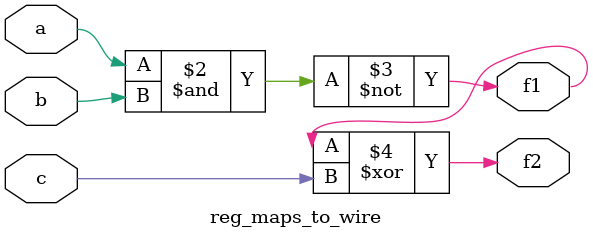
<source format=v>
module reg_maps_to_wire(a,b,c,f1,f2);

    // although we have declared f1,f2 as a reg type,
    // both f1 and f2 will not require any storage cell either flip-flop or latch
    // so synthesis system will generate a wire for f1 and f2

    input a,b,c;
    output f1,f2;
    wire a,b,c;
    reg f1,f2;
    always @(a or b or c)
    begin
        f1 = ~(a & b);
        f2 = f1 ^ c;

    end

endmodule
</source>
